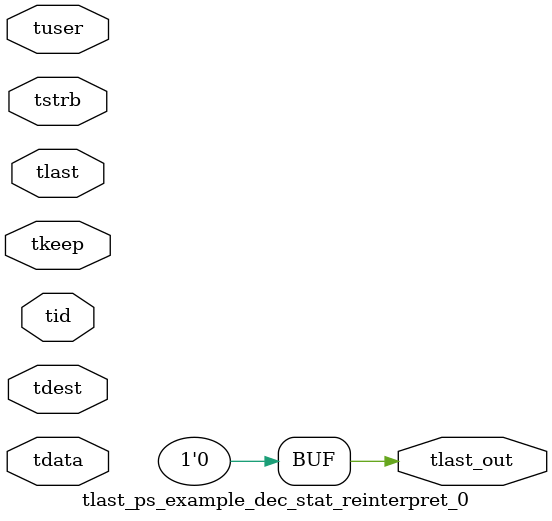
<source format=v>


`timescale 1ps/1ps

module tlast_ps_example_dec_stat_reinterpret_0 #
(
parameter C_S_AXIS_TID_WIDTH   = 1,
parameter C_S_AXIS_TUSER_WIDTH = 0,
parameter C_S_AXIS_TDATA_WIDTH = 0,
parameter C_S_AXIS_TDEST_WIDTH = 0
)
(
input  [(C_S_AXIS_TID_WIDTH   == 0 ? 1 : C_S_AXIS_TID_WIDTH)-1:0       ] tid,
input  [(C_S_AXIS_TDATA_WIDTH == 0 ? 1 : C_S_AXIS_TDATA_WIDTH)-1:0     ] tdata,
input  [(C_S_AXIS_TUSER_WIDTH == 0 ? 1 : C_S_AXIS_TUSER_WIDTH)-1:0     ] tuser,
input  [(C_S_AXIS_TDEST_WIDTH == 0 ? 1 : C_S_AXIS_TDEST_WIDTH)-1:0     ] tdest,
input  [(C_S_AXIS_TDATA_WIDTH/8)-1:0 ] tkeep,
input  [(C_S_AXIS_TDATA_WIDTH/8)-1:0 ] tstrb,
input  [0:0]                                                             tlast,
output                                                                   tlast_out
);

assign tlast_out = {1'b0};

endmodule


</source>
